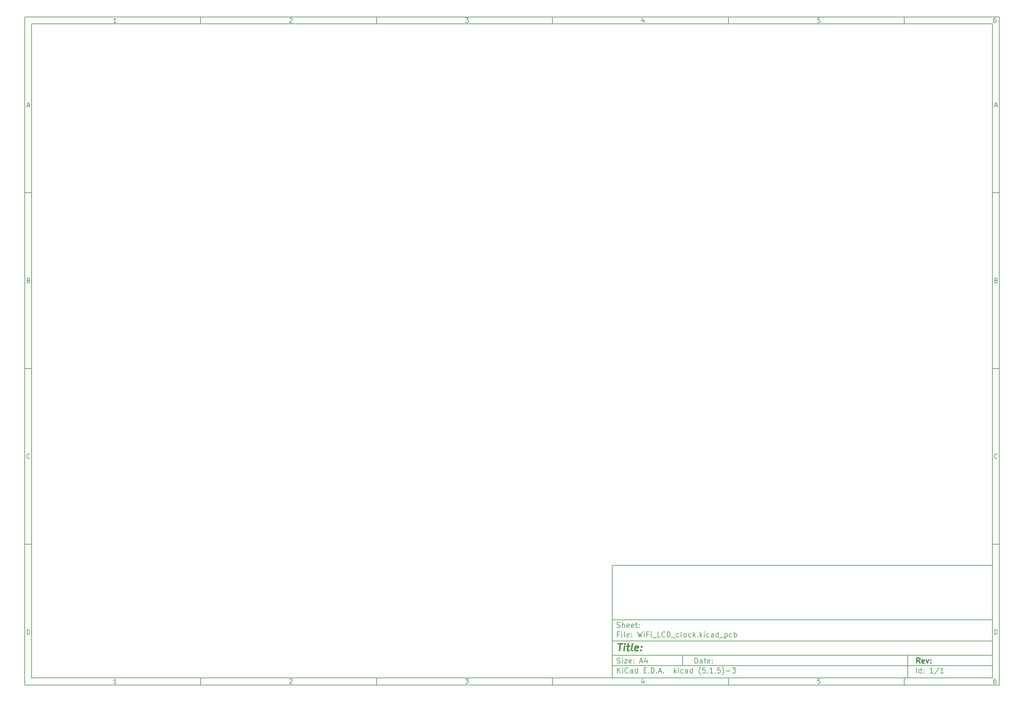
<source format=gbr>
G04 #@! TF.GenerationSoftware,KiCad,Pcbnew,(5.1.5)-3*
G04 #@! TF.CreationDate,2021-03-26T16:29:10+01:00*
G04 #@! TF.ProjectId,WiFi_LCD_clock,57694669-5f4c-4434-945f-636c6f636b2e,rev?*
G04 #@! TF.SameCoordinates,Original*
G04 #@! TF.FileFunction,Paste,Top*
G04 #@! TF.FilePolarity,Positive*
%FSLAX46Y46*%
G04 Gerber Fmt 4.6, Leading zero omitted, Abs format (unit mm)*
G04 Created by KiCad (PCBNEW (5.1.5)-3) date 2021-03-26 16:29:10*
%MOMM*%
%LPD*%
G04 APERTURE LIST*
%ADD10C,0.100000*%
%ADD11C,0.150000*%
%ADD12C,0.300000*%
%ADD13C,0.400000*%
G04 APERTURE END LIST*
D10*
D11*
X177002200Y-166007200D02*
X177002200Y-198007200D01*
X285002200Y-198007200D01*
X285002200Y-166007200D01*
X177002200Y-166007200D01*
D10*
D11*
X10000000Y-10000000D02*
X10000000Y-200007200D01*
X287002200Y-200007200D01*
X287002200Y-10000000D01*
X10000000Y-10000000D01*
D10*
D11*
X12000000Y-12000000D02*
X12000000Y-198007200D01*
X285002200Y-198007200D01*
X285002200Y-12000000D01*
X12000000Y-12000000D01*
D10*
D11*
X60000000Y-12000000D02*
X60000000Y-10000000D01*
D10*
D11*
X110000000Y-12000000D02*
X110000000Y-10000000D01*
D10*
D11*
X160000000Y-12000000D02*
X160000000Y-10000000D01*
D10*
D11*
X210000000Y-12000000D02*
X210000000Y-10000000D01*
D10*
D11*
X260000000Y-12000000D02*
X260000000Y-10000000D01*
D10*
D11*
X36065476Y-11588095D02*
X35322619Y-11588095D01*
X35694047Y-11588095D02*
X35694047Y-10288095D01*
X35570238Y-10473809D01*
X35446428Y-10597619D01*
X35322619Y-10659523D01*
D10*
D11*
X85322619Y-10411904D02*
X85384523Y-10350000D01*
X85508333Y-10288095D01*
X85817857Y-10288095D01*
X85941666Y-10350000D01*
X86003571Y-10411904D01*
X86065476Y-10535714D01*
X86065476Y-10659523D01*
X86003571Y-10845238D01*
X85260714Y-11588095D01*
X86065476Y-11588095D01*
D10*
D11*
X135260714Y-10288095D02*
X136065476Y-10288095D01*
X135632142Y-10783333D01*
X135817857Y-10783333D01*
X135941666Y-10845238D01*
X136003571Y-10907142D01*
X136065476Y-11030952D01*
X136065476Y-11340476D01*
X136003571Y-11464285D01*
X135941666Y-11526190D01*
X135817857Y-11588095D01*
X135446428Y-11588095D01*
X135322619Y-11526190D01*
X135260714Y-11464285D01*
D10*
D11*
X185941666Y-10721428D02*
X185941666Y-11588095D01*
X185632142Y-10226190D02*
X185322619Y-11154761D01*
X186127380Y-11154761D01*
D10*
D11*
X236003571Y-10288095D02*
X235384523Y-10288095D01*
X235322619Y-10907142D01*
X235384523Y-10845238D01*
X235508333Y-10783333D01*
X235817857Y-10783333D01*
X235941666Y-10845238D01*
X236003571Y-10907142D01*
X236065476Y-11030952D01*
X236065476Y-11340476D01*
X236003571Y-11464285D01*
X235941666Y-11526190D01*
X235817857Y-11588095D01*
X235508333Y-11588095D01*
X235384523Y-11526190D01*
X235322619Y-11464285D01*
D10*
D11*
X285941666Y-10288095D02*
X285694047Y-10288095D01*
X285570238Y-10350000D01*
X285508333Y-10411904D01*
X285384523Y-10597619D01*
X285322619Y-10845238D01*
X285322619Y-11340476D01*
X285384523Y-11464285D01*
X285446428Y-11526190D01*
X285570238Y-11588095D01*
X285817857Y-11588095D01*
X285941666Y-11526190D01*
X286003571Y-11464285D01*
X286065476Y-11340476D01*
X286065476Y-11030952D01*
X286003571Y-10907142D01*
X285941666Y-10845238D01*
X285817857Y-10783333D01*
X285570238Y-10783333D01*
X285446428Y-10845238D01*
X285384523Y-10907142D01*
X285322619Y-11030952D01*
D10*
D11*
X60000000Y-198007200D02*
X60000000Y-200007200D01*
D10*
D11*
X110000000Y-198007200D02*
X110000000Y-200007200D01*
D10*
D11*
X160000000Y-198007200D02*
X160000000Y-200007200D01*
D10*
D11*
X210000000Y-198007200D02*
X210000000Y-200007200D01*
D10*
D11*
X260000000Y-198007200D02*
X260000000Y-200007200D01*
D10*
D11*
X36065476Y-199595295D02*
X35322619Y-199595295D01*
X35694047Y-199595295D02*
X35694047Y-198295295D01*
X35570238Y-198481009D01*
X35446428Y-198604819D01*
X35322619Y-198666723D01*
D10*
D11*
X85322619Y-198419104D02*
X85384523Y-198357200D01*
X85508333Y-198295295D01*
X85817857Y-198295295D01*
X85941666Y-198357200D01*
X86003571Y-198419104D01*
X86065476Y-198542914D01*
X86065476Y-198666723D01*
X86003571Y-198852438D01*
X85260714Y-199595295D01*
X86065476Y-199595295D01*
D10*
D11*
X135260714Y-198295295D02*
X136065476Y-198295295D01*
X135632142Y-198790533D01*
X135817857Y-198790533D01*
X135941666Y-198852438D01*
X136003571Y-198914342D01*
X136065476Y-199038152D01*
X136065476Y-199347676D01*
X136003571Y-199471485D01*
X135941666Y-199533390D01*
X135817857Y-199595295D01*
X135446428Y-199595295D01*
X135322619Y-199533390D01*
X135260714Y-199471485D01*
D10*
D11*
X185941666Y-198728628D02*
X185941666Y-199595295D01*
X185632142Y-198233390D02*
X185322619Y-199161961D01*
X186127380Y-199161961D01*
D10*
D11*
X236003571Y-198295295D02*
X235384523Y-198295295D01*
X235322619Y-198914342D01*
X235384523Y-198852438D01*
X235508333Y-198790533D01*
X235817857Y-198790533D01*
X235941666Y-198852438D01*
X236003571Y-198914342D01*
X236065476Y-199038152D01*
X236065476Y-199347676D01*
X236003571Y-199471485D01*
X235941666Y-199533390D01*
X235817857Y-199595295D01*
X235508333Y-199595295D01*
X235384523Y-199533390D01*
X235322619Y-199471485D01*
D10*
D11*
X285941666Y-198295295D02*
X285694047Y-198295295D01*
X285570238Y-198357200D01*
X285508333Y-198419104D01*
X285384523Y-198604819D01*
X285322619Y-198852438D01*
X285322619Y-199347676D01*
X285384523Y-199471485D01*
X285446428Y-199533390D01*
X285570238Y-199595295D01*
X285817857Y-199595295D01*
X285941666Y-199533390D01*
X286003571Y-199471485D01*
X286065476Y-199347676D01*
X286065476Y-199038152D01*
X286003571Y-198914342D01*
X285941666Y-198852438D01*
X285817857Y-198790533D01*
X285570238Y-198790533D01*
X285446428Y-198852438D01*
X285384523Y-198914342D01*
X285322619Y-199038152D01*
D10*
D11*
X10000000Y-60000000D02*
X12000000Y-60000000D01*
D10*
D11*
X10000000Y-110000000D02*
X12000000Y-110000000D01*
D10*
D11*
X10000000Y-160000000D02*
X12000000Y-160000000D01*
D10*
D11*
X10690476Y-35216666D02*
X11309523Y-35216666D01*
X10566666Y-35588095D02*
X11000000Y-34288095D01*
X11433333Y-35588095D01*
D10*
D11*
X11092857Y-84907142D02*
X11278571Y-84969047D01*
X11340476Y-85030952D01*
X11402380Y-85154761D01*
X11402380Y-85340476D01*
X11340476Y-85464285D01*
X11278571Y-85526190D01*
X11154761Y-85588095D01*
X10659523Y-85588095D01*
X10659523Y-84288095D01*
X11092857Y-84288095D01*
X11216666Y-84350000D01*
X11278571Y-84411904D01*
X11340476Y-84535714D01*
X11340476Y-84659523D01*
X11278571Y-84783333D01*
X11216666Y-84845238D01*
X11092857Y-84907142D01*
X10659523Y-84907142D01*
D10*
D11*
X11402380Y-135464285D02*
X11340476Y-135526190D01*
X11154761Y-135588095D01*
X11030952Y-135588095D01*
X10845238Y-135526190D01*
X10721428Y-135402380D01*
X10659523Y-135278571D01*
X10597619Y-135030952D01*
X10597619Y-134845238D01*
X10659523Y-134597619D01*
X10721428Y-134473809D01*
X10845238Y-134350000D01*
X11030952Y-134288095D01*
X11154761Y-134288095D01*
X11340476Y-134350000D01*
X11402380Y-134411904D01*
D10*
D11*
X10659523Y-185588095D02*
X10659523Y-184288095D01*
X10969047Y-184288095D01*
X11154761Y-184350000D01*
X11278571Y-184473809D01*
X11340476Y-184597619D01*
X11402380Y-184845238D01*
X11402380Y-185030952D01*
X11340476Y-185278571D01*
X11278571Y-185402380D01*
X11154761Y-185526190D01*
X10969047Y-185588095D01*
X10659523Y-185588095D01*
D10*
D11*
X287002200Y-60000000D02*
X285002200Y-60000000D01*
D10*
D11*
X287002200Y-110000000D02*
X285002200Y-110000000D01*
D10*
D11*
X287002200Y-160000000D02*
X285002200Y-160000000D01*
D10*
D11*
X285692676Y-35216666D02*
X286311723Y-35216666D01*
X285568866Y-35588095D02*
X286002200Y-34288095D01*
X286435533Y-35588095D01*
D10*
D11*
X286095057Y-84907142D02*
X286280771Y-84969047D01*
X286342676Y-85030952D01*
X286404580Y-85154761D01*
X286404580Y-85340476D01*
X286342676Y-85464285D01*
X286280771Y-85526190D01*
X286156961Y-85588095D01*
X285661723Y-85588095D01*
X285661723Y-84288095D01*
X286095057Y-84288095D01*
X286218866Y-84350000D01*
X286280771Y-84411904D01*
X286342676Y-84535714D01*
X286342676Y-84659523D01*
X286280771Y-84783333D01*
X286218866Y-84845238D01*
X286095057Y-84907142D01*
X285661723Y-84907142D01*
D10*
D11*
X286404580Y-135464285D02*
X286342676Y-135526190D01*
X286156961Y-135588095D01*
X286033152Y-135588095D01*
X285847438Y-135526190D01*
X285723628Y-135402380D01*
X285661723Y-135278571D01*
X285599819Y-135030952D01*
X285599819Y-134845238D01*
X285661723Y-134597619D01*
X285723628Y-134473809D01*
X285847438Y-134350000D01*
X286033152Y-134288095D01*
X286156961Y-134288095D01*
X286342676Y-134350000D01*
X286404580Y-134411904D01*
D10*
D11*
X285661723Y-185588095D02*
X285661723Y-184288095D01*
X285971247Y-184288095D01*
X286156961Y-184350000D01*
X286280771Y-184473809D01*
X286342676Y-184597619D01*
X286404580Y-184845238D01*
X286404580Y-185030952D01*
X286342676Y-185278571D01*
X286280771Y-185402380D01*
X286156961Y-185526190D01*
X285971247Y-185588095D01*
X285661723Y-185588095D01*
D10*
D11*
X200434342Y-193785771D02*
X200434342Y-192285771D01*
X200791485Y-192285771D01*
X201005771Y-192357200D01*
X201148628Y-192500057D01*
X201220057Y-192642914D01*
X201291485Y-192928628D01*
X201291485Y-193142914D01*
X201220057Y-193428628D01*
X201148628Y-193571485D01*
X201005771Y-193714342D01*
X200791485Y-193785771D01*
X200434342Y-193785771D01*
X202577200Y-193785771D02*
X202577200Y-193000057D01*
X202505771Y-192857200D01*
X202362914Y-192785771D01*
X202077200Y-192785771D01*
X201934342Y-192857200D01*
X202577200Y-193714342D02*
X202434342Y-193785771D01*
X202077200Y-193785771D01*
X201934342Y-193714342D01*
X201862914Y-193571485D01*
X201862914Y-193428628D01*
X201934342Y-193285771D01*
X202077200Y-193214342D01*
X202434342Y-193214342D01*
X202577200Y-193142914D01*
X203077200Y-192785771D02*
X203648628Y-192785771D01*
X203291485Y-192285771D02*
X203291485Y-193571485D01*
X203362914Y-193714342D01*
X203505771Y-193785771D01*
X203648628Y-193785771D01*
X204720057Y-193714342D02*
X204577200Y-193785771D01*
X204291485Y-193785771D01*
X204148628Y-193714342D01*
X204077200Y-193571485D01*
X204077200Y-193000057D01*
X204148628Y-192857200D01*
X204291485Y-192785771D01*
X204577200Y-192785771D01*
X204720057Y-192857200D01*
X204791485Y-193000057D01*
X204791485Y-193142914D01*
X204077200Y-193285771D01*
X205434342Y-193642914D02*
X205505771Y-193714342D01*
X205434342Y-193785771D01*
X205362914Y-193714342D01*
X205434342Y-193642914D01*
X205434342Y-193785771D01*
X205434342Y-192857200D02*
X205505771Y-192928628D01*
X205434342Y-193000057D01*
X205362914Y-192928628D01*
X205434342Y-192857200D01*
X205434342Y-193000057D01*
D10*
D11*
X177002200Y-194507200D02*
X285002200Y-194507200D01*
D10*
D11*
X178434342Y-196585771D02*
X178434342Y-195085771D01*
X179291485Y-196585771D02*
X178648628Y-195728628D01*
X179291485Y-195085771D02*
X178434342Y-195942914D01*
X179934342Y-196585771D02*
X179934342Y-195585771D01*
X179934342Y-195085771D02*
X179862914Y-195157200D01*
X179934342Y-195228628D01*
X180005771Y-195157200D01*
X179934342Y-195085771D01*
X179934342Y-195228628D01*
X181505771Y-196442914D02*
X181434342Y-196514342D01*
X181220057Y-196585771D01*
X181077200Y-196585771D01*
X180862914Y-196514342D01*
X180720057Y-196371485D01*
X180648628Y-196228628D01*
X180577200Y-195942914D01*
X180577200Y-195728628D01*
X180648628Y-195442914D01*
X180720057Y-195300057D01*
X180862914Y-195157200D01*
X181077200Y-195085771D01*
X181220057Y-195085771D01*
X181434342Y-195157200D01*
X181505771Y-195228628D01*
X182791485Y-196585771D02*
X182791485Y-195800057D01*
X182720057Y-195657200D01*
X182577200Y-195585771D01*
X182291485Y-195585771D01*
X182148628Y-195657200D01*
X182791485Y-196514342D02*
X182648628Y-196585771D01*
X182291485Y-196585771D01*
X182148628Y-196514342D01*
X182077200Y-196371485D01*
X182077200Y-196228628D01*
X182148628Y-196085771D01*
X182291485Y-196014342D01*
X182648628Y-196014342D01*
X182791485Y-195942914D01*
X184148628Y-196585771D02*
X184148628Y-195085771D01*
X184148628Y-196514342D02*
X184005771Y-196585771D01*
X183720057Y-196585771D01*
X183577200Y-196514342D01*
X183505771Y-196442914D01*
X183434342Y-196300057D01*
X183434342Y-195871485D01*
X183505771Y-195728628D01*
X183577200Y-195657200D01*
X183720057Y-195585771D01*
X184005771Y-195585771D01*
X184148628Y-195657200D01*
X186005771Y-195800057D02*
X186505771Y-195800057D01*
X186720057Y-196585771D02*
X186005771Y-196585771D01*
X186005771Y-195085771D01*
X186720057Y-195085771D01*
X187362914Y-196442914D02*
X187434342Y-196514342D01*
X187362914Y-196585771D01*
X187291485Y-196514342D01*
X187362914Y-196442914D01*
X187362914Y-196585771D01*
X188077200Y-196585771D02*
X188077200Y-195085771D01*
X188434342Y-195085771D01*
X188648628Y-195157200D01*
X188791485Y-195300057D01*
X188862914Y-195442914D01*
X188934342Y-195728628D01*
X188934342Y-195942914D01*
X188862914Y-196228628D01*
X188791485Y-196371485D01*
X188648628Y-196514342D01*
X188434342Y-196585771D01*
X188077200Y-196585771D01*
X189577200Y-196442914D02*
X189648628Y-196514342D01*
X189577200Y-196585771D01*
X189505771Y-196514342D01*
X189577200Y-196442914D01*
X189577200Y-196585771D01*
X190220057Y-196157200D02*
X190934342Y-196157200D01*
X190077200Y-196585771D02*
X190577200Y-195085771D01*
X191077200Y-196585771D01*
X191577200Y-196442914D02*
X191648628Y-196514342D01*
X191577200Y-196585771D01*
X191505771Y-196514342D01*
X191577200Y-196442914D01*
X191577200Y-196585771D01*
X194577200Y-196585771D02*
X194577200Y-195085771D01*
X194720057Y-196014342D02*
X195148628Y-196585771D01*
X195148628Y-195585771D02*
X194577200Y-196157200D01*
X195791485Y-196585771D02*
X195791485Y-195585771D01*
X195791485Y-195085771D02*
X195720057Y-195157200D01*
X195791485Y-195228628D01*
X195862914Y-195157200D01*
X195791485Y-195085771D01*
X195791485Y-195228628D01*
X197148628Y-196514342D02*
X197005771Y-196585771D01*
X196720057Y-196585771D01*
X196577200Y-196514342D01*
X196505771Y-196442914D01*
X196434342Y-196300057D01*
X196434342Y-195871485D01*
X196505771Y-195728628D01*
X196577200Y-195657200D01*
X196720057Y-195585771D01*
X197005771Y-195585771D01*
X197148628Y-195657200D01*
X198434342Y-196585771D02*
X198434342Y-195800057D01*
X198362914Y-195657200D01*
X198220057Y-195585771D01*
X197934342Y-195585771D01*
X197791485Y-195657200D01*
X198434342Y-196514342D02*
X198291485Y-196585771D01*
X197934342Y-196585771D01*
X197791485Y-196514342D01*
X197720057Y-196371485D01*
X197720057Y-196228628D01*
X197791485Y-196085771D01*
X197934342Y-196014342D01*
X198291485Y-196014342D01*
X198434342Y-195942914D01*
X199791485Y-196585771D02*
X199791485Y-195085771D01*
X199791485Y-196514342D02*
X199648628Y-196585771D01*
X199362914Y-196585771D01*
X199220057Y-196514342D01*
X199148628Y-196442914D01*
X199077200Y-196300057D01*
X199077200Y-195871485D01*
X199148628Y-195728628D01*
X199220057Y-195657200D01*
X199362914Y-195585771D01*
X199648628Y-195585771D01*
X199791485Y-195657200D01*
X202077200Y-197157200D02*
X202005771Y-197085771D01*
X201862914Y-196871485D01*
X201791485Y-196728628D01*
X201720057Y-196514342D01*
X201648628Y-196157200D01*
X201648628Y-195871485D01*
X201720057Y-195514342D01*
X201791485Y-195300057D01*
X201862914Y-195157200D01*
X202005771Y-194942914D01*
X202077200Y-194871485D01*
X203362914Y-195085771D02*
X202648628Y-195085771D01*
X202577200Y-195800057D01*
X202648628Y-195728628D01*
X202791485Y-195657200D01*
X203148628Y-195657200D01*
X203291485Y-195728628D01*
X203362914Y-195800057D01*
X203434342Y-195942914D01*
X203434342Y-196300057D01*
X203362914Y-196442914D01*
X203291485Y-196514342D01*
X203148628Y-196585771D01*
X202791485Y-196585771D01*
X202648628Y-196514342D01*
X202577200Y-196442914D01*
X204077200Y-196442914D02*
X204148628Y-196514342D01*
X204077200Y-196585771D01*
X204005771Y-196514342D01*
X204077200Y-196442914D01*
X204077200Y-196585771D01*
X205577200Y-196585771D02*
X204720057Y-196585771D01*
X205148628Y-196585771D02*
X205148628Y-195085771D01*
X205005771Y-195300057D01*
X204862914Y-195442914D01*
X204720057Y-195514342D01*
X206220057Y-196442914D02*
X206291485Y-196514342D01*
X206220057Y-196585771D01*
X206148628Y-196514342D01*
X206220057Y-196442914D01*
X206220057Y-196585771D01*
X207648628Y-195085771D02*
X206934342Y-195085771D01*
X206862914Y-195800057D01*
X206934342Y-195728628D01*
X207077200Y-195657200D01*
X207434342Y-195657200D01*
X207577200Y-195728628D01*
X207648628Y-195800057D01*
X207720057Y-195942914D01*
X207720057Y-196300057D01*
X207648628Y-196442914D01*
X207577200Y-196514342D01*
X207434342Y-196585771D01*
X207077200Y-196585771D01*
X206934342Y-196514342D01*
X206862914Y-196442914D01*
X208220057Y-197157200D02*
X208291485Y-197085771D01*
X208434342Y-196871485D01*
X208505771Y-196728628D01*
X208577200Y-196514342D01*
X208648628Y-196157200D01*
X208648628Y-195871485D01*
X208577200Y-195514342D01*
X208505771Y-195300057D01*
X208434342Y-195157200D01*
X208291485Y-194942914D01*
X208220057Y-194871485D01*
X209362914Y-196014342D02*
X210505771Y-196014342D01*
X211077200Y-195085771D02*
X212005771Y-195085771D01*
X211505771Y-195657200D01*
X211720057Y-195657200D01*
X211862914Y-195728628D01*
X211934342Y-195800057D01*
X212005771Y-195942914D01*
X212005771Y-196300057D01*
X211934342Y-196442914D01*
X211862914Y-196514342D01*
X211720057Y-196585771D01*
X211291485Y-196585771D01*
X211148628Y-196514342D01*
X211077200Y-196442914D01*
D10*
D11*
X177002200Y-191507200D02*
X285002200Y-191507200D01*
D10*
D12*
X264411485Y-193785771D02*
X263911485Y-193071485D01*
X263554342Y-193785771D02*
X263554342Y-192285771D01*
X264125771Y-192285771D01*
X264268628Y-192357200D01*
X264340057Y-192428628D01*
X264411485Y-192571485D01*
X264411485Y-192785771D01*
X264340057Y-192928628D01*
X264268628Y-193000057D01*
X264125771Y-193071485D01*
X263554342Y-193071485D01*
X265625771Y-193714342D02*
X265482914Y-193785771D01*
X265197200Y-193785771D01*
X265054342Y-193714342D01*
X264982914Y-193571485D01*
X264982914Y-193000057D01*
X265054342Y-192857200D01*
X265197200Y-192785771D01*
X265482914Y-192785771D01*
X265625771Y-192857200D01*
X265697200Y-193000057D01*
X265697200Y-193142914D01*
X264982914Y-193285771D01*
X266197200Y-192785771D02*
X266554342Y-193785771D01*
X266911485Y-192785771D01*
X267482914Y-193642914D02*
X267554342Y-193714342D01*
X267482914Y-193785771D01*
X267411485Y-193714342D01*
X267482914Y-193642914D01*
X267482914Y-193785771D01*
X267482914Y-192857200D02*
X267554342Y-192928628D01*
X267482914Y-193000057D01*
X267411485Y-192928628D01*
X267482914Y-192857200D01*
X267482914Y-193000057D01*
D10*
D11*
X178362914Y-193714342D02*
X178577200Y-193785771D01*
X178934342Y-193785771D01*
X179077200Y-193714342D01*
X179148628Y-193642914D01*
X179220057Y-193500057D01*
X179220057Y-193357200D01*
X179148628Y-193214342D01*
X179077200Y-193142914D01*
X178934342Y-193071485D01*
X178648628Y-193000057D01*
X178505771Y-192928628D01*
X178434342Y-192857200D01*
X178362914Y-192714342D01*
X178362914Y-192571485D01*
X178434342Y-192428628D01*
X178505771Y-192357200D01*
X178648628Y-192285771D01*
X179005771Y-192285771D01*
X179220057Y-192357200D01*
X179862914Y-193785771D02*
X179862914Y-192785771D01*
X179862914Y-192285771D02*
X179791485Y-192357200D01*
X179862914Y-192428628D01*
X179934342Y-192357200D01*
X179862914Y-192285771D01*
X179862914Y-192428628D01*
X180434342Y-192785771D02*
X181220057Y-192785771D01*
X180434342Y-193785771D01*
X181220057Y-193785771D01*
X182362914Y-193714342D02*
X182220057Y-193785771D01*
X181934342Y-193785771D01*
X181791485Y-193714342D01*
X181720057Y-193571485D01*
X181720057Y-193000057D01*
X181791485Y-192857200D01*
X181934342Y-192785771D01*
X182220057Y-192785771D01*
X182362914Y-192857200D01*
X182434342Y-193000057D01*
X182434342Y-193142914D01*
X181720057Y-193285771D01*
X183077200Y-193642914D02*
X183148628Y-193714342D01*
X183077200Y-193785771D01*
X183005771Y-193714342D01*
X183077200Y-193642914D01*
X183077200Y-193785771D01*
X183077200Y-192857200D02*
X183148628Y-192928628D01*
X183077200Y-193000057D01*
X183005771Y-192928628D01*
X183077200Y-192857200D01*
X183077200Y-193000057D01*
X184862914Y-193357200D02*
X185577200Y-193357200D01*
X184720057Y-193785771D02*
X185220057Y-192285771D01*
X185720057Y-193785771D01*
X186862914Y-192785771D02*
X186862914Y-193785771D01*
X186505771Y-192214342D02*
X186148628Y-193285771D01*
X187077200Y-193285771D01*
D10*
D11*
X263434342Y-196585771D02*
X263434342Y-195085771D01*
X264791485Y-196585771D02*
X264791485Y-195085771D01*
X264791485Y-196514342D02*
X264648628Y-196585771D01*
X264362914Y-196585771D01*
X264220057Y-196514342D01*
X264148628Y-196442914D01*
X264077200Y-196300057D01*
X264077200Y-195871485D01*
X264148628Y-195728628D01*
X264220057Y-195657200D01*
X264362914Y-195585771D01*
X264648628Y-195585771D01*
X264791485Y-195657200D01*
X265505771Y-196442914D02*
X265577200Y-196514342D01*
X265505771Y-196585771D01*
X265434342Y-196514342D01*
X265505771Y-196442914D01*
X265505771Y-196585771D01*
X265505771Y-195657200D02*
X265577200Y-195728628D01*
X265505771Y-195800057D01*
X265434342Y-195728628D01*
X265505771Y-195657200D01*
X265505771Y-195800057D01*
X268148628Y-196585771D02*
X267291485Y-196585771D01*
X267720057Y-196585771D02*
X267720057Y-195085771D01*
X267577200Y-195300057D01*
X267434342Y-195442914D01*
X267291485Y-195514342D01*
X269862914Y-195014342D02*
X268577200Y-196942914D01*
X271148628Y-196585771D02*
X270291485Y-196585771D01*
X270720057Y-196585771D02*
X270720057Y-195085771D01*
X270577200Y-195300057D01*
X270434342Y-195442914D01*
X270291485Y-195514342D01*
D10*
D11*
X177002200Y-187507200D02*
X285002200Y-187507200D01*
D10*
D13*
X178714580Y-188211961D02*
X179857438Y-188211961D01*
X179036009Y-190211961D02*
X179286009Y-188211961D01*
X180274104Y-190211961D02*
X180440771Y-188878628D01*
X180524104Y-188211961D02*
X180416961Y-188307200D01*
X180500295Y-188402438D01*
X180607438Y-188307200D01*
X180524104Y-188211961D01*
X180500295Y-188402438D01*
X181107438Y-188878628D02*
X181869342Y-188878628D01*
X181476485Y-188211961D02*
X181262200Y-189926247D01*
X181333628Y-190116723D01*
X181512200Y-190211961D01*
X181702676Y-190211961D01*
X182655057Y-190211961D02*
X182476485Y-190116723D01*
X182405057Y-189926247D01*
X182619342Y-188211961D01*
X184190771Y-190116723D02*
X183988390Y-190211961D01*
X183607438Y-190211961D01*
X183428866Y-190116723D01*
X183357438Y-189926247D01*
X183452676Y-189164342D01*
X183571723Y-188973866D01*
X183774104Y-188878628D01*
X184155057Y-188878628D01*
X184333628Y-188973866D01*
X184405057Y-189164342D01*
X184381247Y-189354819D01*
X183405057Y-189545295D01*
X185155057Y-190021485D02*
X185238390Y-190116723D01*
X185131247Y-190211961D01*
X185047914Y-190116723D01*
X185155057Y-190021485D01*
X185131247Y-190211961D01*
X185286009Y-188973866D02*
X185369342Y-189069104D01*
X185262200Y-189164342D01*
X185178866Y-189069104D01*
X185286009Y-188973866D01*
X185262200Y-189164342D01*
D10*
D11*
X178934342Y-185600057D02*
X178434342Y-185600057D01*
X178434342Y-186385771D02*
X178434342Y-184885771D01*
X179148628Y-184885771D01*
X179720057Y-186385771D02*
X179720057Y-185385771D01*
X179720057Y-184885771D02*
X179648628Y-184957200D01*
X179720057Y-185028628D01*
X179791485Y-184957200D01*
X179720057Y-184885771D01*
X179720057Y-185028628D01*
X180648628Y-186385771D02*
X180505771Y-186314342D01*
X180434342Y-186171485D01*
X180434342Y-184885771D01*
X181791485Y-186314342D02*
X181648628Y-186385771D01*
X181362914Y-186385771D01*
X181220057Y-186314342D01*
X181148628Y-186171485D01*
X181148628Y-185600057D01*
X181220057Y-185457200D01*
X181362914Y-185385771D01*
X181648628Y-185385771D01*
X181791485Y-185457200D01*
X181862914Y-185600057D01*
X181862914Y-185742914D01*
X181148628Y-185885771D01*
X182505771Y-186242914D02*
X182577200Y-186314342D01*
X182505771Y-186385771D01*
X182434342Y-186314342D01*
X182505771Y-186242914D01*
X182505771Y-186385771D01*
X182505771Y-185457200D02*
X182577200Y-185528628D01*
X182505771Y-185600057D01*
X182434342Y-185528628D01*
X182505771Y-185457200D01*
X182505771Y-185600057D01*
X184220057Y-184885771D02*
X184577200Y-186385771D01*
X184862914Y-185314342D01*
X185148628Y-186385771D01*
X185505771Y-184885771D01*
X186077200Y-186385771D02*
X186077200Y-185385771D01*
X186077200Y-184885771D02*
X186005771Y-184957200D01*
X186077200Y-185028628D01*
X186148628Y-184957200D01*
X186077200Y-184885771D01*
X186077200Y-185028628D01*
X187291485Y-185600057D02*
X186791485Y-185600057D01*
X186791485Y-186385771D02*
X186791485Y-184885771D01*
X187505771Y-184885771D01*
X188077200Y-186385771D02*
X188077200Y-185385771D01*
X188077200Y-184885771D02*
X188005771Y-184957200D01*
X188077200Y-185028628D01*
X188148628Y-184957200D01*
X188077200Y-184885771D01*
X188077200Y-185028628D01*
X188434342Y-186528628D02*
X189577200Y-186528628D01*
X190648628Y-186385771D02*
X189934342Y-186385771D01*
X189934342Y-184885771D01*
X192005771Y-186242914D02*
X191934342Y-186314342D01*
X191720057Y-186385771D01*
X191577200Y-186385771D01*
X191362914Y-186314342D01*
X191220057Y-186171485D01*
X191148628Y-186028628D01*
X191077200Y-185742914D01*
X191077200Y-185528628D01*
X191148628Y-185242914D01*
X191220057Y-185100057D01*
X191362914Y-184957200D01*
X191577200Y-184885771D01*
X191720057Y-184885771D01*
X191934342Y-184957200D01*
X192005771Y-185028628D01*
X192648628Y-186385771D02*
X192648628Y-184885771D01*
X193005771Y-184885771D01*
X193220057Y-184957200D01*
X193362914Y-185100057D01*
X193434342Y-185242914D01*
X193505771Y-185528628D01*
X193505771Y-185742914D01*
X193434342Y-186028628D01*
X193362914Y-186171485D01*
X193220057Y-186314342D01*
X193005771Y-186385771D01*
X192648628Y-186385771D01*
X193791485Y-186528628D02*
X194934342Y-186528628D01*
X195934342Y-186314342D02*
X195791485Y-186385771D01*
X195505771Y-186385771D01*
X195362914Y-186314342D01*
X195291485Y-186242914D01*
X195220057Y-186100057D01*
X195220057Y-185671485D01*
X195291485Y-185528628D01*
X195362914Y-185457200D01*
X195505771Y-185385771D01*
X195791485Y-185385771D01*
X195934342Y-185457200D01*
X196791485Y-186385771D02*
X196648628Y-186314342D01*
X196577200Y-186171485D01*
X196577200Y-184885771D01*
X197577200Y-186385771D02*
X197434342Y-186314342D01*
X197362914Y-186242914D01*
X197291485Y-186100057D01*
X197291485Y-185671485D01*
X197362914Y-185528628D01*
X197434342Y-185457200D01*
X197577200Y-185385771D01*
X197791485Y-185385771D01*
X197934342Y-185457200D01*
X198005771Y-185528628D01*
X198077200Y-185671485D01*
X198077200Y-186100057D01*
X198005771Y-186242914D01*
X197934342Y-186314342D01*
X197791485Y-186385771D01*
X197577200Y-186385771D01*
X199362914Y-186314342D02*
X199220057Y-186385771D01*
X198934342Y-186385771D01*
X198791485Y-186314342D01*
X198720057Y-186242914D01*
X198648628Y-186100057D01*
X198648628Y-185671485D01*
X198720057Y-185528628D01*
X198791485Y-185457200D01*
X198934342Y-185385771D01*
X199220057Y-185385771D01*
X199362914Y-185457200D01*
X200005771Y-186385771D02*
X200005771Y-184885771D01*
X200148628Y-185814342D02*
X200577200Y-186385771D01*
X200577200Y-185385771D02*
X200005771Y-185957200D01*
X201220057Y-186242914D02*
X201291485Y-186314342D01*
X201220057Y-186385771D01*
X201148628Y-186314342D01*
X201220057Y-186242914D01*
X201220057Y-186385771D01*
X201934342Y-186385771D02*
X201934342Y-184885771D01*
X202077200Y-185814342D02*
X202505771Y-186385771D01*
X202505771Y-185385771D02*
X201934342Y-185957200D01*
X203148628Y-186385771D02*
X203148628Y-185385771D01*
X203148628Y-184885771D02*
X203077200Y-184957200D01*
X203148628Y-185028628D01*
X203220057Y-184957200D01*
X203148628Y-184885771D01*
X203148628Y-185028628D01*
X204505771Y-186314342D02*
X204362914Y-186385771D01*
X204077200Y-186385771D01*
X203934342Y-186314342D01*
X203862914Y-186242914D01*
X203791485Y-186100057D01*
X203791485Y-185671485D01*
X203862914Y-185528628D01*
X203934342Y-185457200D01*
X204077200Y-185385771D01*
X204362914Y-185385771D01*
X204505771Y-185457200D01*
X205791485Y-186385771D02*
X205791485Y-185600057D01*
X205720057Y-185457200D01*
X205577200Y-185385771D01*
X205291485Y-185385771D01*
X205148628Y-185457200D01*
X205791485Y-186314342D02*
X205648628Y-186385771D01*
X205291485Y-186385771D01*
X205148628Y-186314342D01*
X205077200Y-186171485D01*
X205077200Y-186028628D01*
X205148628Y-185885771D01*
X205291485Y-185814342D01*
X205648628Y-185814342D01*
X205791485Y-185742914D01*
X207148628Y-186385771D02*
X207148628Y-184885771D01*
X207148628Y-186314342D02*
X207005771Y-186385771D01*
X206720057Y-186385771D01*
X206577200Y-186314342D01*
X206505771Y-186242914D01*
X206434342Y-186100057D01*
X206434342Y-185671485D01*
X206505771Y-185528628D01*
X206577200Y-185457200D01*
X206720057Y-185385771D01*
X207005771Y-185385771D01*
X207148628Y-185457200D01*
X207505771Y-186528628D02*
X208648628Y-186528628D01*
X209005771Y-185385771D02*
X209005771Y-186885771D01*
X209005771Y-185457200D02*
X209148628Y-185385771D01*
X209434342Y-185385771D01*
X209577200Y-185457200D01*
X209648628Y-185528628D01*
X209720057Y-185671485D01*
X209720057Y-186100057D01*
X209648628Y-186242914D01*
X209577200Y-186314342D01*
X209434342Y-186385771D01*
X209148628Y-186385771D01*
X209005771Y-186314342D01*
X211005771Y-186314342D02*
X210862914Y-186385771D01*
X210577200Y-186385771D01*
X210434342Y-186314342D01*
X210362914Y-186242914D01*
X210291485Y-186100057D01*
X210291485Y-185671485D01*
X210362914Y-185528628D01*
X210434342Y-185457200D01*
X210577200Y-185385771D01*
X210862914Y-185385771D01*
X211005771Y-185457200D01*
X211648628Y-186385771D02*
X211648628Y-184885771D01*
X211648628Y-185457200D02*
X211791485Y-185385771D01*
X212077200Y-185385771D01*
X212220057Y-185457200D01*
X212291485Y-185528628D01*
X212362914Y-185671485D01*
X212362914Y-186100057D01*
X212291485Y-186242914D01*
X212220057Y-186314342D01*
X212077200Y-186385771D01*
X211791485Y-186385771D01*
X211648628Y-186314342D01*
D10*
D11*
X177002200Y-181507200D02*
X285002200Y-181507200D01*
D10*
D11*
X178362914Y-183614342D02*
X178577200Y-183685771D01*
X178934342Y-183685771D01*
X179077200Y-183614342D01*
X179148628Y-183542914D01*
X179220057Y-183400057D01*
X179220057Y-183257200D01*
X179148628Y-183114342D01*
X179077200Y-183042914D01*
X178934342Y-182971485D01*
X178648628Y-182900057D01*
X178505771Y-182828628D01*
X178434342Y-182757200D01*
X178362914Y-182614342D01*
X178362914Y-182471485D01*
X178434342Y-182328628D01*
X178505771Y-182257200D01*
X178648628Y-182185771D01*
X179005771Y-182185771D01*
X179220057Y-182257200D01*
X179862914Y-183685771D02*
X179862914Y-182185771D01*
X180505771Y-183685771D02*
X180505771Y-182900057D01*
X180434342Y-182757200D01*
X180291485Y-182685771D01*
X180077200Y-182685771D01*
X179934342Y-182757200D01*
X179862914Y-182828628D01*
X181791485Y-183614342D02*
X181648628Y-183685771D01*
X181362914Y-183685771D01*
X181220057Y-183614342D01*
X181148628Y-183471485D01*
X181148628Y-182900057D01*
X181220057Y-182757200D01*
X181362914Y-182685771D01*
X181648628Y-182685771D01*
X181791485Y-182757200D01*
X181862914Y-182900057D01*
X181862914Y-183042914D01*
X181148628Y-183185771D01*
X183077200Y-183614342D02*
X182934342Y-183685771D01*
X182648628Y-183685771D01*
X182505771Y-183614342D01*
X182434342Y-183471485D01*
X182434342Y-182900057D01*
X182505771Y-182757200D01*
X182648628Y-182685771D01*
X182934342Y-182685771D01*
X183077200Y-182757200D01*
X183148628Y-182900057D01*
X183148628Y-183042914D01*
X182434342Y-183185771D01*
X183577200Y-182685771D02*
X184148628Y-182685771D01*
X183791485Y-182185771D02*
X183791485Y-183471485D01*
X183862914Y-183614342D01*
X184005771Y-183685771D01*
X184148628Y-183685771D01*
X184648628Y-183542914D02*
X184720057Y-183614342D01*
X184648628Y-183685771D01*
X184577200Y-183614342D01*
X184648628Y-183542914D01*
X184648628Y-183685771D01*
X184648628Y-182757200D02*
X184720057Y-182828628D01*
X184648628Y-182900057D01*
X184577200Y-182828628D01*
X184648628Y-182757200D01*
X184648628Y-182900057D01*
D10*
D11*
X197002200Y-191507200D02*
X197002200Y-194507200D01*
D10*
D11*
X261002200Y-191507200D02*
X261002200Y-198007200D01*
M02*

</source>
